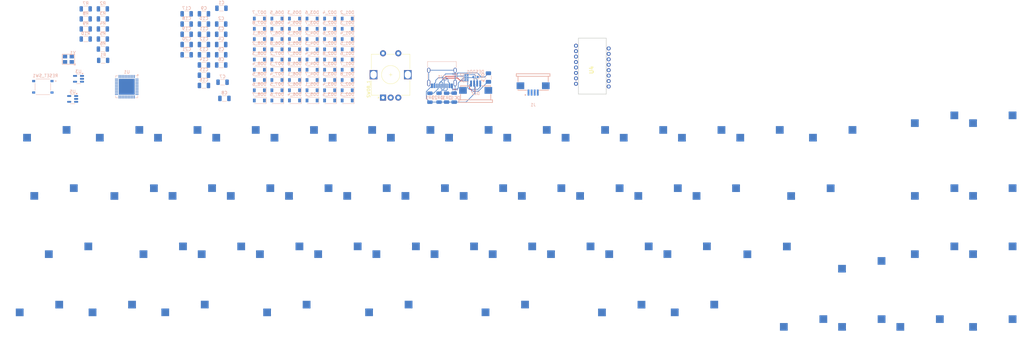
<source format=kicad_pcb>
(kicad_pcb (version 20240108) (generator "pcbnew") (generator_version "8.0")
  (layers (0 "F.Cu" signal) (31 "B.Cu" signal) (34 "B.Paste" user) (35 "F.Paste" user) (36 "B.SilkS" user "B.Silkscreen") (37 "F.SilkS" user "F.Silkscreen") (38 "B.Mask" user) (39 "F.Mask" user) (44 "Edge.Cuts" user))
  (net 0 "")
  (net 1 "Net-(U1-XTAL1)")
  (net 2 "GND")
  (net 3 "Net-(U1-XTAL2)")
  (net 4 "Net-(U1-UCAP)")
  (net 5 "+5V")
  (net 6 "VDD_SS")
  (net 7 "Net-(U3-FB)")
  (net 8 "VDD_3_3v")
  (net 9 "Net-(U5-FB)")
  (net 10 "Net-(U4-VDDPIX)")
  (net 11 "row01")
  (net 12 "Net-(D01_2-A)")
  (net 13 "Net-(D01_3-A)")
  (net 14 "Net-(D01_4-A)")
  (net 15 "Net-(D01_5-A)")
  (net 16 "Net-(D01_6-A)")
  (net 17 "Net-(D01_7-A)")
  (net 18 "Net-(D01_8-A)")
  (net 19 "Net-(D02_2-A)")
  (net 20 "row02")
  (net 21 "Net-(D02_3-A)")
  (net 22 "Net-(D02_4-A)")
  (net 23 "Net-(D02_5-A)")
  (net 24 "Net-(D02_6-A)")
  (net 25 "Net-(D02_7-A)")
  (net 26 "Net-(D02_8-A)")
  (net 27 "Net-(D03_2-A)")
  (net 28 "row03")
  (net 29 "Net-(D03_3-A)")
  (net 30 "Net-(D03_4-A)")
  (net 31 "Net-(D03_5-A)")
  (net 32 "Net-(D03_6-A)")
  (net 33 "Net-(D03_7-A)")
  (net 34 "Net-(D04_2-A)")
  (net 35 "row04")
  (net 36 "Net-(D04_3-A)")
  (net 37 "Net-(D04_4-A)")
  (net 38 "Net-(D04_5-A)")
  (net 39 "Net-(D04_7-A)")
  (net 40 "Net-(D05_1-A)")
  (net 41 "row05")
  (net 42 "Net-(D05_2-A)")
  (net 43 "Net-(D05_3-A)")
  (net 44 "Net-(D05_4-A)")
  (net 45 "Net-(D05_5-A)")
  (net 46 "Net-(D05_6-A)")
  (net 47 "Net-(D05_7-A)")
  (net 48 "Net-(D05_8-A)")
  (net 49 "Net-(D06_1-A)")
  (net 50 "row06")
  (net 51 "Net-(D06_2-A)")
  (net 52 "Net-(D06_4-A)")
  (net 53 "Net-(D06_5-A)")
  (net 54 "Net-(D06_6-A)")
  (net 55 "Net-(D06_7-A)")
  (net 56 "Net-(D06_8-A)")
  (net 57 "Net-(D07_2-A)")
  (net 58 "row07")
  (net 59 "Net-(D07_3-A)")
  (net 60 "Net-(D07_4-A)")
  (net 61 "Net-(D07_5-A)")
  (net 62 "Net-(D07_6-A)")
  (net 63 "Net-(D07_7-A)")
  (net 64 "Net-(D07_8-A)")
  (net 65 "Net-(D08_1-A)")
  (net 66 "row08")
  (net 67 "Net-(D08_2-A)")
  (net 68 "Net-(D08_3-A)")
  (net 69 "Net-(D08_4-A)")
  (net 70 "Net-(D08_5-A)")
  (net 71 "Net-(D08_6-A)")
  (net 72 "Net-(D08_7-A)")
  (net 73 "DGNDPWR")
  (net 74 "DGND")
  (net 75 "DVCC")
  (net 76 "D+5V")
  (net 77 "Net-(DJ1-CC2)")
  (net 78 "DD+")
  (net 80 "DD-")
  (net 81 "Net-(DJ1-CC1)")
  (net 85 "D+")
  (net 86 "D-")
  (net 89 "Net-(U1-D+)")
  (net 90 "Net-(U1-D-)")
  (net 91 "Net-(U1-~{HWB}{slash}PE2)")
  (net 92 "RESET")
  (net 93 "Net-(U4-NRESET)")
  (net 94 "Net-(U4-LED_P)")
  (net 95 "col02")
  (net 96 "col03")
  (net 97 "col04")
  (net 98 "col05")
  (net 99 "col06")
  (net 100 "col07")
  (net 101 "col08")
  (net 102 "col01")
  (net 103 "RE_B")
  (net 104 "RE_A")
  (net 106 "MISO")
  (net 108 "MOTION")
  (net 109 "LED")
  (net 110 "SCLK")
  (net 111 "NCS")
  (net 112 "MOSI")
  (footprint "MX_Only:MXOnly-1.25U-Hotswap" (layer "F.Cu") (at 141.225 244.86)
    (property "Reference" "SW04_2")
    (property "Value" "SW_Push")
  )
  (footprint "MX_Only:MXOnly-1U-Hotswap" (layer "F.Cu") (at 296 225.81)
    (property "Reference" "SW07_7")
    (property "Value" "SW_Push")
  )
  (footprint "MX_Only:MXOnly-1U-Hotswap" (layer "F.Cu") (at 167.44 187.69)
    (property "Reference" "SW01_3")
    (property "Value" "SW_Push")
  )
  (footprint "MX_Only:MXOnly-1U-Hotswap" (layer "F.Cu") (at 410.325 249.6048)
    (property "Reference" "SW08_3")
    (property "Value" "SW_Push")
  )
  (footprint "MX_Only:MXOnly-1.25U-Hotswap" (layer "F.Cu") (at 355.57 244.85)
    (property "Reference" "SW08_5")
    (property "Value" "SW_Push")
  )
  (footprint "Rotary_Encoder:RotaryEncoder_Alps_EC12E-Switch_Vertical_H20mm" (layer "F.Cu") (at 253.03 172.04 90)
    (property "Reference" "SW08_1")
    (property "Value" "EncSW")
  )
  (footprint "MX_Only:MXOnly-2.75U-Hotswap-ReversedStabilizers" (layer "F.Cu") (at 293.65 244.84)
    (property "Reference" "SW08_7")
    (property "Value" "SW_Push")
  )
  (footprint "MX_Only:MXOnly-1.25U-Hotswap" (layer "F.Cu") (at 165.055 244.8548)
    (property "Reference" "SW04_3")
    (property "Value" "SW_Push")
  )
  (footprint "MX_Only:MXOnly-1U-Hotswap" (layer "F.Cu") (at 286.495 206.7448)
    (property "Reference" "SW06_8")
    (property "Value" "SW_Push")
  )
  (footprint "MX_Only:MXOnly-1.75U-Hotswap" (layer "F.Cu") (at 379.33 225.84)
    (property "Reference" "SW07_3")
    (property "Value" "SW_Push")
  )
  (footprint "MX_Only:MXOnly-1U-Hotswap" (layer "F.Cu") (at 181.725 225.8048)
    (property "Reference" "SW03_3")
    (property "Value" "SW_Push")
  )
  (footprint "MX_Only:MXOnly-1U-Hotswap" (layer "F.Cu") (at 453.18 182.93)
    (property "Reference" "SW05_1")
    (property "Value" "SW_Push")
  )
  (footprint "MX_Only:MXOnly-1.25U-Hotswap" (layer "F.Cu") (at 255.55 244.84)
    (property "Reference" "SW04_7")
    (property "Value" "SW_Push")
  )
  (footprint "MX_Only:MXOnly-1U-Hotswap" (layer "F.Cu") (at 191.24 206.74)
    (property "Reference" "SW02_4")
    (property "Value" "SW_Push")
  )
  (footprint "MX_Only:MXOnly-2.25U-Hotswap" (layer "F.Cu") (at 393.66 206.78005)
    (property "Reference" "SW06_2")
    (property "Value" "SW_Push")
  )
  (footprint "MX_Only:MXOnly-1U-Hotswap" (layer "F.Cu") (at 453.19 206.74)
    (property "Reference" "REF**")
    (property "Value" "1U")
  )
  (footprint "MX_Only:MXOnly-1U-Hotswap" (layer "F.Cu") (at 434.15 206.75)
    (property "Reference" "REF**")
    (property "Value" "1U")
  )
  (footprint "MX_Only:MXOnly-1U-Hotswap" (layer "F.Cu") (at 276.97 225.8)
    (property "Reference" "SW07_8")
    (property "Value" "SW_Push")
  )
  (footprint "KiCad:PMW3360" (layer "F.Cu") (at 321.52 161.735 90)
    (property "Reference" "U4")
    (property "Value" "PMW3360DM-T2QU" (hide yes))
    (fp_line (start 9.144 -4.55) (end 9.144 4.55) (stroke (width 0.2)) (layer "Edge.Cuts"))
    (fp_line (start -9.144 -4.55) (end 9.144 -4.55) (stroke (width 0.2)) (layer "Edge.Cuts"))
    (fp_line (start 9.144 4.55) (end -9.144 4.55) (stroke (width 0.2)) (layer "Edge.Cuts"))
    (fp_line (start -9.144 4.55) (end -9.144 -4.55) (stroke (width 0.2)) (layer "Edge.Cuts"))
  )
  (footprint "MX_Only:MXOnly-1U-Hotswap" (layer "F.Cu") (at 357.93 187.71)
    (property "Reference" "SW05_4")
    (property "Value" "SW_Push")
  )
  (footprint "MX_Only:MXOnly-1U-Hotswap" (layer "F.Cu") (at 453.19 249.61)
    (property "Reference" "REF**")
    (property "Value" "1U")
  )
  (footprint "MX_Only:MXOnly-1U-Hotswap" (layer "F.Cu") (at 243.63 187.7)
    (property "Reference" "SW01_7")
    (property "Value" "SW_Push")
  )
  (footprint "MX_Only:MXOnly-1U-Hotswap" (layer "F.Cu") (at 238.89 225.8)
    (property "Reference" "SW03_6")
    (property "Value" "SW_Push")
  )
  (footprint "MX_Only:MXOnly-1U-Hotswap" (layer "F.Cu") (at 281.73 187.69)
    (property "Reference" "SW05_8")
    (property "Value" "SW_Push")
  )
  (footprint "MX_Only:MXOnly-1U-Hotswap" (layer "F.Cu") (at 362.7 206.76)
    (property "Reference" "SW06_4")
    (property "Value" "SW_Push")
  )
  (footprint "MX_Only:MXOnly-1U-Hotswap" (layer "F.Cu") (at 300.765 187.6948)
    (property "Reference" "SW05_7")
    (property "Value" "SW_Push")
  )
  (footprint "MX_Only:MXOnly-1U-Hotswap" (layer "F.Cu") (at 334.125 225.8048)
    (property "Reference" "SW07_5")
    (property "Value" "SW_Push")
  )
  (footprint "MX_Only:MXOnly-1U-Hotswap" (layer "F.Cu") (at 219.83 225.81)
    (property "Reference" "SW03_5")
    (property "Value" "SW_Push")
  )
  (footprint "MX_Only:MXOnly-1U-Hotswap" (layer "F.Cu") (at 353.165 225.7848)
    (property "Reference" "SW07_4")
    (property "Value" "SW_Push")
  )
  (footprint "MX_Only:MXOnly-1U-Hotswap" (layer "F.Cu") (at 229.35 206.75)
    (property "Reference" "SW02_6")
    (property "Value" "SW_Push")
  )
  (footprint "MX_Only:MXOnly-1U-Hotswap" (layer "F.Cu") (at 410.305 230.5648)
    (property "Reference" "SW07_2")
    (property "Value" "SW_Push")
  )
  (footprint "MX_Only:MXOnly-1.5U-Hotswap" (layer "F.Cu") (at 400.8 187.69)
    (property "Reference" "SW05_2")
    (property "Value" "SW_Push")
  )
  (footprint "MX_Only:MXOnly-1U-Hotswap" (layer "F.Cu") (at 257.94 225.8)
    (property "Reference" "SW03_7")
    (property "Value" "SW_Push")
  )
  (footprint "MX_Only:MXOnly-1U-Hotswap" (layer "F.Cu") (at 319.845 187.7048)
    (property "Reference" "SW05_6")
    (property "Value" "SW_Push")
  )
  (footprint "MX_Only:MXOnly-1U-Hotswap" (layer "F.Cu") (at 343.645 206.7548)
    (property "Reference" "SW06_5")
    (property "Value" "SW_Push")
  )
  (footprint "MX_Only:MXOnly-1U-Hotswap" (layer "F.Cu") (at 205.535 187.7048)
    (property "Reference" "SW01_5")
    (property "Value" "SW_Push")
  )
  (footprint "MX_Only:MXOnly-1.25U-Hotswap" (layer "F.Cu") (at 188.85 244.84)
    (property "Reference" "SW04_4")
    (property "Value" "SW_Push")
  )
  (footprint "MX_Only:MXOnly-1U-Hotswap" (layer "F.Cu") (at 391.265 249.5948)
    (property "Reference" "SW08_4")
    (property "Value" "SW_Push")
  )
  (footprint "MX_Only:MXOnly-1U-Hotswap" (layer "F.Cu") (at 338.875 187.7048)
    (property "Reference" "SW05_5")
    (property "Value" "SW_Push")
  )
  (footprint "MX_Only:MXOnly-1U-Hotswap" (layer "F.Cu") (at 210.3 206.75)
    (property "Reference" "SW02_5")
    (property "Value" "SW_Push")
  )
  (footprint "MX_Only:MXOnly-1U-Hotswap" (layer "F.Cu") (at 186.48 187.71)
    (property "Reference" "SW01_4")
    (property "Value" "SW_Push")
  )
  (footprint "MX_Only:MXOnly-1U-Hotswap" (layer "F.Cu") (at 248.395 206.7448)
    (property "Reference" "SW02_7")
    (property "Value" "SW_Push")
  )
  (footprint "MX_Only:MXOnly-1U-Hotswap" (layer "F.Cu") (at 324.6 206.76)
    (property "Reference" "SW06_6")
    (property "Value" "SW_Push")
  )
  (footprint "MX_Only:MXOnly-1U-Hotswap" (layer "F.Cu") (at 224.59 187.71)
    (property "Reference" "SW01_6")
    (property "Value" "SW_Push")
  )
  (footprint "MX_Only:MXOnly-1.25U-Hotswap" (layer "F.Cu") (at 331.755 244.8748)
    (property "Reference" "SW08_6")
    (property "Value" "SW_Push")
  )
  (footprint "MX_Only:MXOnly-1U-Hotswap" (layer "F.Cu") (at 429.385 249.6048)
    (property "Reference" "SW08_2")
    (property "Value" "SW_Push")
  )
  (footprint "MX_Only:MXOnly-1U-Hotswap" (layer "F.Cu") (at 377.005 187.6948)
    (property "Reference" "SW05_3")
    (property "Value" "SW_Push")
  )
  (footprint "MX_Only:MXOnly-1U-Hotswap" (layer "F.Cu") (at 267.44 206.74)
    (property "Reference" "SW02_8")
    (property "Value" "SW_Push")
  )
  (footprint "MX_Only:MXOnly-1U-Hotswap" (layer "F.Cu") (at 305.54 206.75)
    (property "Reference" "SW06_7")
    (property "Value" "SW_Push")
  )
  (footprint "MX_Only:MXOnly-1.75U-Hotswap" (layer "F.Cu") (at 146 206.74)
    (property "Reference" "SW02_2")
    (property "Value" "SW_Push")
  )
  (footprint "MX_Only:MXOnly-1U-Hotswap" (layer "F.Cu") (at 172.21 206.77)
    (property "Reference" "SW02_3")
    (property "Value" "SW_Push")
  )
  (footprint "MX_Only:MXOnly-1U-Hotswap" (layer "F.Cu") (at 434.14 225.8)
    (property "Reference" "REF**")
    (property "Value" "1U")
  )
  (footprint "MX_Only:MXOnly-1.5U-Hotswap" (layer "F.Cu") (at 143.63 187.69)
    (property "Reference" "SW01_2")
    (property "Value" "SW_Push")
  )
  (footprint "MX_Only:MXOnly-2.25U-Hotswap-ReversedStabilizers" (layer "F.Cu") (at 222.18 244.86)
    (property "Reference" "SW04_5")
    (property "Value" "SW_Push")
  )
  (footprint "MX_Only:MXOnly-1U-Hotswap" (layer "F.Cu") (at 200.775 225.8148)
    (property "Reference" "SW03_4")
    (property "Value" "SW_Push")
  )
  (footprint "MX_Only:MXOnly-1U-Hotswap" (layer "F.Cu") (at 315.08 225.81)
    (property "Reference" "SW07_6")
    (property "Value" "SW_Push")
  )
  (footprint "MX_Only:MXOnly-2.25U-Hotswap" (layer "F.Cu") (at 150.75 225.81005)
    (property "Reference" "SW03_2")
    (property "Value" "SW_Push")
  )
  (footprint "MX_Only:MXOnly-1U-Hotswap" (layer "F.Cu") (at 262.69 187.7)
    (property "Reference" "SW01_8")
    (property "Value" "SW_Push")
  )
  (footprint "MX_Only:MXOnly-1U-Hotswap" (layer "F.Cu") (at 453.19 225.8)
    (property "Reference" "REF**")
    (property "Value" "1U")
  )
  (footprint "MX_Only:MXOnly-1U-Hotswap" (layer "F.Cu") (at 434.135 182.9348)
    (property "Reference" "SW06_1")
    (property "Value" "SW_Push")
  )
  (footprint "Capacitor_SMD:C_1206_3216Metric" (layer "B.Cu") (at 188.775 151.32 180)
    (property "Reference" "C19")
    (property "Value" "0.1μF")
  )
  (footprint "random-keyboard-parts:D_SOD-123-Pretty" (layer "B.Cu") (at 229.81 169.63 180)
    (property "Reference" "D05_1")
    (property "Value" "D")
  )
  (footprint "random-keyboard-parts:D_SOD-123-Pretty" (layer "B.Cu") (at 218.31 172.98 180)
    (property "Reference" "D07_6")
    (property "Value" "D")
  )
  (footprint "Resistor_SMD:R_1206_3216Metric" (layer "B.Cu") (at 161.45 159.86 180)
    (property "Reference" "R1")
    (property "Value" "22")
  )
  (footprint "random-keyboard-parts:D_SOD-123-Pretty" (layer "B.Cu") (at 218.31 162.93 180)
    (property "Reference" "D07_3")
    (property "Value" "D")
  )
  (footprint "random-keyboard-parts:D_SOD-123-Pretty" (layer "B.Cu") (at 212.56 159.58 180)
    (property "Reference" "D08_3")
    (property "Value" "D")
  )
  (footprint "random-keyboard-parts:D_SOD-123-Pretty" (layer "B.Cu") (at 235.56 146.18 180)
    (property "Reference" "D02_4")
    (property "Value" "D")
  )
  (footprint "random-keyboard-parts:D_SOD-123-Pretty" (layer "B.Cu") (at 218.31 146.18 180)
    (property "Reference" "D06_5")
    (property "Value" "D")
  )
  (footprint "random-keyboard-parts:D_SOD-123-Pretty" (layer "B.Cu") (at 241.31 172.98 180)
    (property "Reference" "D02_3")
    (property "Value" "D")
  )
  (footprint "random-keyboard-parts:D_SOD-123-Pretty" (layer "B.Cu") (at 241.31 159.58 180)
    (property "Reference" "D01_6")
    (property "Value" "D")
  )
  (footprint "Resistor_SMD:R_1206_3216Metric" (layer "B.Cu") (at 273.81881 172.0425 90)
    (property "Reference" "DR3")
    (property "Value" "1M")
  )
  (footprint "random-keyboard-parts:D_SOD-123-Pretty" (layer "B.Cu") (at 229.81 162.93 180)
    (property "Reference" "D04_5")
    (property "Value" "D")
  )
  (footprint "random-keyboard-parts:D_SOD-123-Pretty" (layer "B.Cu") (at 235.56 156.23 180)
    (property "Reference" "D02_7")
    (property "Value" "D")
  )
  (footprint "random-keyboard-parts:D_SOD-123-Pretty" (layer "B.Cu") (at 212.56 166.28 180)
    (property "Reference" "D08_5")
    (property "Value" "D")
  )
  (footprint "random-keyboard-parts:D_SOD-123-Pretty" (layer "B.Cu") (at 224.06 146.18 180)
    (property "Reference" "D05_3")
    (property "Value" "D")
  )
  (footprint "Resistor_SMD:R_1206_3216Metric" (layer "B.Cu") (at 161.3525 146.29 180)
    (property "Reference" "R3")
    (property "Value" "10k")
  )
  (footprint "random-keyboard-parts:D_SOD-123-Pretty" (layer "B.Cu") (at 241.31 146.18 180)
    (property "Reference" "D01_2")
    (property "Value" "D")
  )
  (footprint "random-keyboard-parts:D_SOD-123-Pretty" (layer "B.Cu") (at 218.31 166.28 180)
    (property "Reference" "D07_4")
    (property "Value" "D")
  )
  (footprint "Capacitor_SMD:C_1206_3216Metric" (layer "B.Cu") (at 188.775 147.97 180)
    (property "Reference" "C18")
    (property "Value" "0.1μF")
  )
  (footprint "random-keyboard-parts:D_SOD-123-Pretty" (layer "B.Cu") (at 218.31 159.58 180)
    (property "Reference" "D07_2")
    (property "Value" "D")
  )
  (footprint "random-keyboard-parts:D_SOD-123-Pretty" (layer "B.Cu") (at 235.56 172.98 180)
    (property "Reference" "D03_5")
    (property "Value" "D")
  )
  (footprint "random-keyboard-parts:D_SOD-123-Pretty" (layer "B.Cu") (at 241.31 169.63 180)
    (property "Reference" "D02_2")
    (property "Value" "D")
  )
  (footprint "Capacitor_SMD:C_1206_3216Metric" (layer "B.Cu") (at 200.515 167.01 180)
    (property "Reference" "C7")
    (property "Value" "10μF")
  )
  (footprint "random-keyboard-parts:D_SOD-123-Pretty" (layer "B.Cu") (at 229.81 159.58 180)
    (property "Reference" "D04_4")
    (property "Value" "D")
  )
  (footprint "Resistor_SMD:R_1206_3216Metric" (layer "B.Cu") (at 271.35881 172.0525 90)
    (property "Reference" "DR2")
    (property "Value" "5.1k")
  )
  (footprint "Resistor_SMD:R_1206_3216Metric" (layer "B.Cu") (at 155.7425 143 180)
    (property "Reference" "R7")
    (property "Value" "52.3k")
  )
  (footprint "Capacitor_SMD:C_1206_3216Metric" (layer "B.Cu") (at 188.775 154.67 180)
    (property "Reference" "C20")
    (property "Value" "10μF")
  )
  (footprint "Capacitor_SMD:C_1206_3216Metric" (layer "B.Cu") (at 194.425 151.32 180)
    (property "Reference" "C11")
    (property "Value" "10μF")
  )
  (footprint "random-keyboard-parts:D_SOD-123-Pretty" (layer "B.Cu") (at 212.56 149.53 180)
    (property "Reference" "D07_8")
    (property "Value" "D")
  )
  (footprint "Capacitor_SMD:C_1206_3216Metric" (layer "B.Cu") (at 194.425 147.97 180)
    (property "Reference" "C10")
    (property "Value" "0.1μF")
  )
  (footprint "random-keyboard-parts:D_SOD-123-Pretty" (layer "B.Cu") (at 235.56 162.93 180)
    (property "Reference" "D03_2")
    (property "Value" "D")
  )
  (footprint "random-keyboard-parts:D_SOD-123-Pretty" (layer "B.Cu") (at 212.56 156.23 180)
    (property "Reference" "D08_2")
    (property "Value" "D")
  )
  (footprint "Resistor_SMD:R_1206_3216Metric" (layer "B.Cu") (at 161.3525 156.16 180)
    (property "Reference" "R6")
    (property "Value" "63.4K")
  )
  (footprint "Resistor_SMD:R_1206_3216Metric" (layer "B.Cu") (at 155.7425 152.87 180)
    (property "Reference" "R10")
    (property "Value" "39")
  )
  (footprint "Resistor_SMD:R_1206_3216Metric" (layer "B.Cu") (at 161.3525 152.87 180)
    (property "Reference" "R5")
    (property "Value" "37.4k")
  )
  (footprint "random-keyboard-parts:D_SOD-123-Pretty" (layer "B.Cu") (at 241.31 166.28 180)
    (property "Reference" "D01_8")
    (property "Value" "D")
  )
  (footprint "random-keyboard-parts:D_SOD-123-Pretty" (layer "B.Cu") (at 224.06 149.53 180)
    (property "Reference" "D05_4")
    (property "Value" "D")
  )
  (footprint "Capacitor_SMD:C_1206_3216Metric" (layer "B.Cu") (at 188.775 158.02 180)
    (property "Reference" "C21")
    (property "Value" "10μF")
  )
  (footprint "Package_DFN_QFN:QFN-44-1EP_7x7mm_P0.5mm_EP5.2x5.2mm" (layer "B.Cu") (at 169.17 168.49 180)
    (property "Reference" "U1")
    (property "Value" "ATmega32U4-M")
  )
  (footprint "Capacitor_SMD:C_1206_3216Metric" (layer "B.Cu") (at 194.425 158.02 180)
    (property "Reference" "C13")
    (property "Value" "1μF")
  )
  (footprint "random-keyboard-parts:D_SOD-123-Pretty" (layer "B.Cu") (at 235.56 159.58 180)
    (property "Reference" "D02_8")
    (property "Value" "D")
  )
  (footprint "random-keyboard-parts:D_SOD-123-Pretty" (layer "B.Cu") (at 241.31 162.93 180)
    (property "Reference" "D01_7")
    (property "Value" "D")
  )
  (footprint "Capacitor_SMD:C_1206_3216Metric" (layer "B.Cu") (at 194.425 168.07 180)
    (property "Reference" "C16")
    (property "Value" "4.7μF")
  )
  (footprint "Capacitor_SMD:C_1206_3216Metric" (layer "B.Cu") (at 194.425 161.37 180)
    (property "Reference" "C14")
    (property "Value" "0.1μF")
  )
  (footprint "Capacitor_SMD:C_1206_3216Metric" (layer "B.Cu") (at 194.425 154.67 180)
    (property "Reference" "C12")
    (property "Value" "0.1μF")
  )
  (footprint "Capacitor_SMD:C_1206_3216Metric" (layer "B.Cu") (at 200.075 147.97 180)
    (property "Reference" "C2")
    (property "Value" "22pF")
  )
  (footprint "Package_TO_SOT_SMD:SOT-23-5" (layer "B.Cu") (at 151.4685 172.4704 180)
    (property "Reference" "U5")
    (property "Value" "TPS73601DBV")
  )
  (footprint "random-keyboard-parts:D_SOD-123-Pretty" (layer "B.Cu") (at 224.06 169.63 180)
    (property "Reference" "D06_2")
    (property "Value" "D")
  )
  (footprint "Capacitor_SMD:C_1206_3216Metric" (layer "B.Cu") (at 194.425 144.62 180)
    (property "Reference" "C9")
    (property "Value" "1μF")
  )
  (footprint "random-keyboard-parts:D_SOD-123-Pretty" (layer "B.Cu") (at 212.56 172.98 180)
    (property "Reference" "D08_7")
    (property "Value" "D")
  )
  (footprint "random-keyboard-parts:D_SOD-123-Pretty" (layer "B.Cu") (at 224.06 156.23 180)
    (property "Reference" "D05_6")
    (property "Value" "D")
  )
  (footprint "Resistor_SMD:R_1206_3216Metric" (layer "B.Cu") (at 161.3525 143 180)
    (property "Reference" "R2")
    (property "Value" "22")
  )
  (footprint "random-keyboard-parts:D_SOD-123-Pretty" (layer "B.Cu") (at 224.06 159.58 180)
    (property "Reference" "D05_7")
    (property "Value" "D")
  )
  (footprint "TPD4E05U06DQAR:USON-10_L2.5-W1.0-P0.50-BL" (layer "B.Cu") (at 280.33787 165.5175 -90)
    (property "Reference" "DU1")
    (property "Value" "TPD4E05U06DQAR" (hide yes))
  )
  (footprint "Resistor_SMD:R_1206_3216Metric" (layer "B.Cu") (at 161.3525 149.58 180)
    (property "Reference" "R4")
    (property "Value" "10k")
  )
  (footprint "random-keyboard-parts:D_SOD-123-Pretty" (layer "B.Cu") (at 229.81 156.23 180)
    (property "Reference" "D04_3")
    (property "Value" "D")
  )
  (footprint "X322516MLB4SI:OSC-SMD_4P-L3.2-W2.5-BL" (layer "B.Cu") (at 150.0755 159.482 180)
    (property "Reference" "Y1")
    (property "Value" "16Mhz" (hide yes))
  )
  (footprint "random-keyboard-parts:D_SOD-123-Pretty" (layer "B.Cu") (at 212.56 146.18 180)
    (property "Reference" "D07_7")
    (property "Value" "D")
  )
  (footprint "1157-04AU:FPC-SMD_4P-P1.00_1157-04AU" (layer "B.Cu") (at 302.14 169.27)
    (property "Reference" "J1")
    (property "Value" "Conn_01x04_Pin")
  )
  (footprint "random-keyboard-parts:D_SOD-123-Pretty" (layer "B.Cu") (at 224.06 166.28 180)
    (property "Reference" "D06_1")
    (property "Value" "D")
  )
  (footprint "Connector_USB:USB_C_Receptacle_HRO_TYPE-C-31-M-12" (layer "B.Cu") (at 272.3 164.1375)
    (property "Reference" "DJ1")
    (property "Value" "USB_C_Receptacle_USB2.0_16P")
  )
  (footprint "random-keyboard-parts:D_SOD-123-Pretty" (layer "B.Cu") (at 229.81 149.53 180)
    (property "Reference" "D03_7")
    (property "Value" "D")
  )
  (footprint "random-keyboard-parts:D_SOD-123-Pretty" (layer "B.Cu") (at 241.31 149.53 180)
    (property "Reference" "D01_3")
    (property "Value" "D")
  )
  (footprint "random-keyboard-parts:D_SOD-123-Pretty" (layer "B.Cu") (at 218.31 169.63 180)
    (property "Reference" "D07_5")
    (property "Value" "D")
  )
  (footprint "random-keyboard-parts:D_SOD-123-Pretty" (layer "B.Cu") (at 212.56 152.88 180)
    (property "Reference" "D08_1")
    (property "Value" "D")
  )
  (footprint "Capacitor_SMD:C_1206_3216Metric" (layer "B.Cu") (at 200.075 161.37 180)
    (property "Reference" "C6")
    (property "Value" "0.1μF")
  )
  (footprint "TS-1187A-B-A-B:SW_TS-1187A-B-A-B" (layer "B.Cu") (at 141.7085 168.5029 180)
    (property "Reference" "RESET_SW1")
    (property "Value" "TS-1187A-B-A-B")
  )
  (footprint "random-keyboard-parts:D_SOD-123-Pretty" (layer "B.Cu") (at 229.81 146.18 180)
    (property "Reference" "D03_6")
    (property "Value" "D")
  )
  (footprint "random-keyboard-parts:D_SOD-123-Pretty" (layer "B.Cu") (at 235.56 149.53 180)
    (property "Reference" "D02_5")
    (property "Value" "D")
  )
  (footprint "random-keyboard-parts:D_SOD-123-Pretty" (layer "B.Cu") (at 229.81 152.88 180)
    (property "Reference" "D04_2")
    (property "Value" "D")
  )
  (footprint "random-keyboard-parts:D_SOD-123-Pretty" (layer "B.Cu") (at 235.56 169.63 180)
    (property "Reference" "D03_4")
    (property "Value" "D")
  )
  (footprint "Resistor_SMD:R_1206_3216Metric" (layer "B.Cu") (at 155.7425 146.29 180)
    (property "Reference" "R8")
    (property "Value" "30.1k")
  )
  (footprint "Capacitor_SMD:C_1206_3216Metric" (layer "B.Cu") (at 194.425 164.72 180)
    (property "Reference" "C15")
    (property "Value" "10μF")
  )
  (footprint "Capacitor_SMD:C_1206_3216Metric" (layer "B.Cu") (at 188.775 144.62 180)
    (property "Reference" "C17")
    (property "Value" "0.1μF")
  )
  (footprint "random-keyboard-parts:D_SOD-123-Pretty" (layer "B.Cu") (at 212.56 169.63 180)
    (property "Reference" "D08_6")
    (property "Value" "D")
  )
  (footprint "random-keyboard-parts:D_SOD-123-Pretty" (layer "B.Cu") (at 224.06 152.88 180)
    (property "Reference" "D05_5")
    (property "Value" "D")
  )
  (footprint "random-keyboard-parts:D_SOD-123-Pretty" (layer "B.Cu") (at 218.31 152.88 180)
    (property "Reference" "D06_7")
    (property "Value" "D")
  )
  (footprint "random-keyboard-parts:D_SOD-123-Pretty" (layer "B.Cu") (at 235.56 152.88 180)
    (property "Reference" "D02_6")
    (property "Value" "D")
  )
  (footprint "random-keyboard-parts:D_SOD-123-Pretty" (layer "B.Cu") (at 224.06 162.93 180)
    (property "Reference" "D05_8")
    (property "Value" "D")
  )
  (footprint "Capacitor_SMD:C_1206_3216Metric" (layer "B.Cu") (at 201.125 172.31 180)
    (property "Reference" "C8")
    (property "Value" "0.1μF")
  )
  (footprint "random-keyboard-parts:D_SOD-123-Pretty" (layer "B.Cu") (at 218.31 149.53 180)
    (property "Reference" "D06_6")
    (property "Value" "D")
  )
  (footprint "random-keyboard-parts:D_SOD-123-Pretty" (layer "B.Cu") (at 218.31 156.23 180)
    (property "Reference" "D06_8")
    (property "Value" "D")
  )
  (footprint "random-keyboard-parts:D_SOD-123-Pretty" (layer "B.Cu") (at 241.31 152.88 180)
    (property "Reference" "D01_4")
    (property "Value" "D")
  )
  (footprint "Capacitor_SMD:C_1206_3216Metric" (layer "B.Cu") (at 200.145 142.8 180)
    (property "Reference" "C1")
    (property "Value" "22pF")
  )
  (footprint "random-keyboard-parts:D_SOD-123-Pretty" (layer "B.Cu") (at 241.31 156.23 180)
    (property "Reference" "D01_5")
    (property "Value" "D")
  )
  (footprint "random-keyboard-parts:D_SOD-123-Pretty" (layer "B.Cu") (at 235.56 166.28 180)
    (property "Reference" "D03_3")
    (property "Value" "D")
  )
  (footprint "Resistor_SMD:R_1206_3216Metric" (layer "B.Cu") (at 268.36881 172.0725 90)
    (property "Reference" "DR1")
    (property "Value" "5.1k")
  )
  (footprint "Diode_SMD:D_SOD-523" (layer "B.Cu") (at 283.27762 165.2975 180)
    (property "Reference" "DESDD1")
    (property "Value" "ESD5Z5V0" (hide yes))
  )
  (footprint "random-keyboard-parts:D_SOD-123-Pretty" (layer "B.Cu") (at 212.56 162.93 180)
    (property "Reference" "D08_4")
    (property "Value" "D")
  )
  (footprint "1157-04AU:FPC-SMD_4P-P1.00_1157-04AU" (layer "B.Cu") (at 283.33881 168.5675 180)
    (property "Reference" "DJ2")
    (property "Value" "Conn_01x04_Pin")
  )
  (footprint "Capacitor_SMD:C_1206_3216Metric" (layer "B.Cu") (at 276.30881 172.0425 90)
    (property "Reference" "DC1")
    (property "Value" "4.7μF")
  )
  (footprint "Fuse:Fuse_1206_3216Metric" (layer "B.Cu") (at 287.51881 165.4775 -90)
    (property "Reference" "DF1")
    (property "Value" "SMD0805-050-16V" (hide yes))
  )
  (footprint "Capacitor_SMD:C_1206_3216Metric" (layer "B.Cu") (at 200.075 158.02 180)
    (property "Reference" "C5")
    (property "Value" "0.1μF")
  )
  (footprint "Capacitor_SMD:C_1206_3216Metric" (layer "B.Cu") (at 200.075 151.32 180)
    (property "Reference" "C3")
    (property "Value" "1μF")
  )
  (footprint "Resistor_SMD:R_1206_3216Metric" (layer "B.Cu") (at 155.7425 149.58 180)
    (property "Reference" "R9")
    (property "Value" "10k")
  )
  (footprint "Capacitor_SMD:C_1206_3216Metric" (layer "B.Cu") (at 200.075 154.67 180)
    (property "Reference" "C4")
    (property "Value" "0.1μF")
  )
  (footprint "Package_TO_SOT_SMD:SOT-23-5" (layer "B.Cu") (at 153.386 165.8929 180)
    (property "Reference" "U3")
    (property "Value" "TPS73601DBV")
  )
  (footprint "random-keyboard-parts:D_SOD-123-Pretty" (layer "B.Cu") (at 229.81 166.28 180)
    (property "Reference" "D04_7")
    (property "Value" "D")
  )
  (footprint "random-keyboard-parts:D_SOD-123-Pretty" (layer "B.Cu") (at 229.81 172.98 180)
    (property "Reference" "D05_2")
    (property "Value" "D")
  )
  (footprint "random-keyboard-parts:D_SOD-123-Pretty" (layer "B.Cu") (at 224.06 172.98 180)
    (property "Reference" "D06_4")
    (property "Value" "D")
  )
  (segment (start 267.98 163.0875) (end 276.62 163.0875) (width 0.2) (layer "B.Cu") (net 73))
  (segment (start 267.98 163.0875) (end 267.98 167.2675) (width 0.2) (layer "B.Cu") (net 73))
  (segment (start 276.58881 170.2875) (end 276.30881 170.5675) (width 0.2) (layer "B.Cu") (net 73))
  (segment (start 276.62 167.2675) (end 276.62 170.0925) (width 0.2) (layer "B.Cu") (net 73))
  (segment (start 276.62 167.2675) (end 276.62 163.0875) (width 0.2) (layer "B.Cu") (net 73))
  (segment (start 273.81881 170.58) (end 276.29631 170.58) (width 0.2) (layer "B.Cu") (net 73))
  (segment (start 276.29631 170.58) (end 276.30881 170.5675) (width 0.2) (layer "B.Cu") (net 73))
  (segment (start 283.09881 170.5575) (end 283.09881 168.7575) (width 0.2) (layer "F.Cu") (net 74))
  (segment (start 275.91881 169.3275) (end 277.22 169.3275) (width 0.2) (layer "F.Cu") (net 74))
  (via (at 275.91881 169.3275) (size 0.6) (drill 0.3) (layers "F.Cu" "B.Cu") (net 74))
  (via (at 283.09881 170.5575) (size 0.6) (drill 0.3) (layers "F.Cu" "B.Cu") (net 74))
  (via (at 283.09881 168.7575) (size 0.6) (drill 0.3) (layers "F.Cu" "B.Cu") (net 74))
  (via (at 277.22 169.3275) (size 0.6) (drill 0.3) (layers "F.Cu" "B.Cu") (net 74))
  (segment (start 275.55 168.95869) (end 275.91881 169.3275) (width 0.2) (layer "B.Cu") (net 74))
  (segment (start 276.30881 173.5175) (end 280.17881 173.5175) (width 0.2) (layer "B.Cu") (net 74))
  (segment (start 282.57762 165.2975) (end 282.35762 165.5175) (width 0.2) (layer "B.Cu") (net 74))
  (segment (start 280.17881 173.5175) (end 282.99881 170.6975) (width 0.2) (layer "B.Cu") (net 74))
  (segment (start 283.09881 168.7575) (end 283.09881 167.7075) (width 0.2) (layer "B.Cu") (net 74))
  (segment (start 276.30881 173.5175) (end 273.83131 173.5175) (width 0.2) (layer "B.Cu") (net 74))
  (segment (start 282.35762 165.5175) (end 280.75287 165.5175) (width 0.2) (layer "B.Cu") (net 74))
  (segment (start 280.75287 165.5175) (end 279.92287 165.5175) (width 0.2) (layer "B.Cu") (net 74))
  (segment (start 277.63881 168.90869) (end 277.63881 167.27206) (width 0.2) (layer "B.Cu") (net 74))
  (segment (start 282.83881 165.55869) (end 282.57762 165.2975) (width 0.2) (layer "B.Cu") (net 74))
  (segment (start 279.39337 165.5175) (end 279.92287 165.5175) (width 0.2) (layer "B.Cu") (net 74))
  (segment (start 277.63881 167.27206) (end 279.39337 165.5175) (width 0.2) (layer "B.Cu") (net 74))
  (segment (start 271.36881 173.505) (end 271.35881 173.515) (width 0.2) (layer "B.Cu") (net 74))
  (segment (start 277.22 169.3275) (end 277.63881 168.90869) (width 0.2) (layer "B.Cu") (net 74))
  (segment (start 282.99881 170.6975) (end 282.99881 170.6575) (width 0.2) (layer "B.Cu") (net 74))
  (segment (start 271.35881 173.515) (end 268.38881 173.515) (width 0.2) (layer "B.Cu") (net 74))
  (segment (start 267.19381 172.36) (end 268.36881 173.535) (width 0.2) (layer "B.Cu") (net 74))
  (segment (start 282.83881 167.4475) (end 282.83881 165.55869) (width 0.2) (layer "B.Cu") (net 74))
  (segment (start 283.09881 167.7075) (end 282.83881 167.4475) (width 0.2) (layer "B.Cu") (net 74))
  (segment (start 269.05 168.1825) (end 267.19381 170.03869) (width 0.2) (layer "B.Cu") (net 74))
  (segment (start 268.38881 173.515) (end 268.36881 173.535) (width 0.2) (layer "B.Cu") (net 74))
  (segment (start 275.55 168.1825) (end 275.55 168.95869) (width 0.2) (layer "B.Cu") (net 74))
  (segment (start 273.81881 173.505) (end 271.36881 173.505) (width 0.2) (layer "B.Cu") (net 74))
  (segment (start 267.19381 170.03869) (end 267.19381 172.36) (width 0.2) (layer "B.Cu") (net 74))
  (segment (start 273.83131 173.5175) (end 273.81881 173.505) (width 0.2) (layer "B.Cu") (net 74))
  (segment (start 282.99881 170.6575) (end 283.09881 170.5575) (width 0.2) (layer "B.Cu") (net 74))
  (segment (start 277.22 164.2675) (end 276.02881 164.2675) (width 0.2) (layer "F.Cu") (net 75))
  (segment (start 276.02881 164.2675) (end 276.01881 164.2775) (width 0.2) (layer "F.Cu") (net 75))
  (via (at 277.22 164.2675) (size 0.6) (drill 0.3) (layers "F.Cu" "B.Cu") (net 75))
  (via (at 276.01881 164.2775) (size 0.6) (drill 0.3) (layers "F.Cu" "B.Cu") (net 75))
  (segment (start 271.11881 165.5375) (end 272.25881 165.5375) (width 0.2) (layer "B.Cu") (net 75))
  (segment (start 280.52881 163.9775) (end 277.51 163.9775) (width 0.2) (layer "B.Cu") (net 75))
  (segment (start 273.51881 164.2775) (end 272.25881 165.5375) (width 0.2) (layer "B.Cu") (net 75))
  (segment (start 285.22881 165.2975) (end 284.34881 164.4175) (width 0.2) (layer "B.Cu") (net 75))
  (segment (start 272.25881 165.5375) (end 273.68881 165.5375) (width 0.2) (layer "B.Cu") (net 75))
  (segment (start 286.29881 165.2975) (end 285.22881 165.2975) (width 0.2) (layer "B.Cu") (net 75))
  (segment (start 283.97762 165.2975) (end 286.29881 165.2975) (width 0.2) (layer "B.Cu") (net 75))
  (segment (start 284.34881 164.4175) (end 283.90881 163.9775) (width 0.2) (layer "B.Cu") (net 75))
  (segment (start 274.75 167.2575) (end 274.75 168.1825) (width 0.2) (layer "B.Cu") (net 75))
  (segment (start 277.51 163.9775) (end 277.22 164.2675) (width 0.2) (layer "B.Cu") (net 75))
  (segment (start 273.68881 165.5375) (end 274.31881 166.1675) (width 0.2) (layer "B.Cu") (net 75))
  (segment (start 269.85 167.4075) (end 270.26881 166.98869) (width 0.2) (layer "B.Cu") (net 75))
  (segment (start 276.01881 164.2775) (end 273.51881 164.2775) (width 0.2) (layer "B.Cu") (net 75))
  (segment (start 283.90881 163.9775) (end 280.52881 163.9775) (width 0.2) (layer "B.Cu") (net 75))
  (segment (start 274.31881 166.82631) (end 274.75 167.2575) (width 0.2) (layer "B.Cu") (net 75))
  (segment (start 270.26881 166.3875) (end 271.11881 165.5375) (width 0.2) (layer "B.Cu") (net 75))
  (segment (start 274.31881 166.1675) (end 274.31881 166.82631) (width 0.2) (layer "B.Cu") (net 75))
  (segment (start 269.85 168.1825) (end 269.85 167.4075) (width 0.2) (layer "B.Cu") (net 75))
  (segment (start 286.29881 165.2975) (end 287.51881 164.0775) (width 0.2) (layer "B.Cu") (net 75))
  (segment (start 270.26881 166.98869) (end 270.26881 166.3875) (width 0.2) (layer "B.Cu") (net 75))
  (segment (start 282.29881 169.9575) (end 281.35287 169.01156) (width 0.2) (layer "F.Cu") (net 76))
  (segment (start 281.35287 169.01156) (end 281.35287 168.2575) (width 0.2) (layer "F.Cu") (net 76))
  (via (at 282.29881 169.9575) (size 0.6) (drill 0.3) (layers "F.Cu" "B.Cu") (net 76))
  (via (at 281.35287 168.2575) (size 0.6) (drill 0.3) (layers "F.Cu" "B.Cu") (net 76))
  (segment (start 281.35287 168.2575) (end 281.35287 167.93344) (width 0.2) (layer "B.Cu") (net 76))
  (segment (start 284.22881 169.9575) (end 282.29881 169.9575) (width 0.2) (layer "B.Cu") (net 76))
  (segment (start 287.51881 166.8775) (end 287.30881 166.8775) (width 0.2) (layer "B.Cu") (net 76))
  (segment (start 281.35287 167.93344) (end 281.83881 167.4475) (width 0.2) (layer "B.Cu") (net 76))
  (segment (start 287.30881 166.8775) (end 284.22881 169.9575) (width 0.2) (layer "B.Cu") (net 76))
  (segment (start 271.35881 170.59) (end 272.23131 169.7175) (width 0.2) (layer "B.Cu") (net 77))
  (segment (start 274.05 169.43631) (end 274.05 168.1825) (width 0.2) (layer "B.Cu") (net 77))
  (segment (start 272.23131 169.7175) (end 273.76881 169.7175) (width 0.2) (layer "B.Cu") (net 77))
  (segment (start 273.76881 169.7175) (end 274.05 169.43631) (width 0.2) (layer "B.Cu") (net 77))
  (segment (start 273.463312 166.160532) (end 273.956344 165.6675) (width 0.2) (layer "F.Cu") (net 78))
  (segment (start 278.310355 166.499045) (end 279.260355 166.499045) (width 0.2) (layer "F.Cu") (net 78))
  (segment (start 273.956344 165.6675) (end 277.47881 165.6675) (width 0.2) (layer "F.Cu") (net 78))
  (segment (start 277.47881 165.6675) (end 278.310355 166.499045) (width 0.2) (layer "F.Cu") (net 78))
  (via (at 279.260355 166.499045) (size 0.6) (drill 0.3) (layers "F.Cu" "B.Cu") (net 78))
  (via (at 273.463312 166.160532) (size 0.6) (drill 0.3) (layers "F.Cu" "B.Cu") (net 78))
  (segment (start 272.21 169.3175) (end 272.05 169.1575) (width 0.2) (layer "B.Cu") (net 78))
  (segment (start 279.92287 166.5175) (end 280.75287 166.5175) (width 0.2) (layer "B.Cu") (net 78))
  (segment (start 279.260355 166.499045) (end 279.904415 166.499045) (width 0.2) (layer "B.Cu") (net 78))
  (segment (start 284.83881 168.5775) (end 284.83881 167.4475) (width 0.2) (layer "B.Cu") (net 78))
  (segment (start 273.05 168.1825) (end 273.05 169.1575) (width 0.2) (layer "B.Cu") (net 78))
  (segment (start 272.89 169.3175) (end 272.21 169.3175) (width 0.2) (layer "B.Cu") (net 78))
  (segment (start 280.75287 166.0175) (end 279.92287 166.0175) (width 0.2) (layer "B.Cu") (net 78))
  (segment (start 279.92287 166.0175) (end 279.92287 166.5175) (width 0.2) (layer "B.Cu") (net 78))
  (segment (start 273.05 168.1825) (end 273.05 166.573844) (width 0.2) (layer "B.Cu") (net 78))
  (segment (start 280.75287 168.86156) (end 281.24881 169.3575) (width 0.2) (layer "B.Cu") (net 78))
  (segment (start 280.75287 166.5175) (end 280.75287 168.86156) (width 0.2) (layer "B.Cu") (net 78))
  (segment (start 273.05 166.573844) (end 273.463312 166.160532) (width 0.2) (layer "B.Cu") (net 78))
  (segment (start 284.05881 169.3575) (end 284.83881 168.5775) (width 0.2) (layer "B.Cu") (net 78))
  (segment (start 279.904415 166.499045) (end 279.92287 166.5175) (width 0.2) (layer "B.Cu") (net 78))
  (segment (start 272.05 169.1575) (end 272.05 168.1825) (width 0.2) (layer "B.Cu") (net 78))
  (segment (start 273.05 169.1575) (end 272.89 169.3175) (width 0.2) (layer "B.Cu") (net 78))
  (segment (start 280.75287 166.5175) (end 280.75287 166.0175) (width 0.2) (layer "B.Cu") (net 78))
  (segment (start 281.24881 169.3575) (end 284.05881 169.3575) (width 0.2) (layer "B.Cu") (net 78))
  (segment (start 273.707811 165.067503) (end 277.22 165.067503) (width 0.2) (layer "F.Cu") (net 80))
  (segment (start 272.637814 166.1375) (end 273.707811 165.067503) (width 0.2) (layer "F.Cu") (net 80))
  (via (at 272.637814 166.1375) (size 0.6) (drill 0.3) (layers "F.Cu" "B.Cu") (net 80))
  (via (at 277.22 165.067503) (size 0.6) (drill 0.3) (layers "F.Cu" "B.Cu") (net 80))
  (segment (start 283.25881 165.569242) (end 283.25881 164.7375) (width 0.2) (layer "B.Cu") (net 80))
  (segment (start 272.31881 166.9575) (end 272.55 167.18869) (width 0.2) (layer "B.Cu") (net 80))
  (segment (start 271.55 167.20631) (end 271.79881 166.9575) (width 0.2) (layer "B.Cu") (net 80))
  (segment (start 271.79881 166.9575) (end 272.31881 166.9575) (width 0.2) (layer "B.Cu") (net 80))
  (segment (start 271.55 168.1825) (end 271.55 167.20631) (width 0.2) (layer "B.Cu") (net 80))
  (segment (start 271.55 167.20631) (end 272.61881 166.1375) (width 0.2) (layer "B.Cu") (net 80))
  (segment (start 283.03881 164.5175) (end 280.75287 164.5175) (width 0.2) (layer "B.Cu") (net 80))
  (segment (start 277.22 165.067503) (end 277.288807 165.067503) (width 0.2) (layer "B.Cu") (net 80))
  (segment (start 280.75287 164.5175) (end 279.92287 164.5175) (width 0.2) (layer "B.Cu") (net 80))
  (segment (start 272.55 167.18869) (end 272.55 168.1825) (width 0.2) (layer "B.Cu") (net 80))
  (segment (start 279.92287 165.0175) (end 280.75287 165.0175) (width 0.2) (layer "B.Cu") (net 80))
  (segment (start 272.61881 166.1375) (end 272.637814 166.1375) (width 0.2) (layer "B.Cu") (net 80))
  (segment (start 277.288807 165.067503) (end 277.33881 165.0175) (width 0.2) (layer "B.Cu") (net 80))
  (segment (start 283.83881 167.4475) (end 283.83881 166.149242) (width 0.2) (layer "B.Cu") (net 80))
  (segment (start 277.33881 165.0175) (end 279.92287 165.0175) (width 0.2) (layer "B.Cu") (net 80))
  (segment (start 279.92287 164.5175) (end 279.92287 165.0175) (width 0.2) (layer "B.Cu") (net 80))
  (segment (start 280.75287 165.0175) (end 280.75287 164.5175) (width 0.2) (layer "B.Cu") (net 80))
  (segment (start 283.83881 166.149242) (end 283.25881 165.569242) (width 0.2) (layer "B.Cu") (net 80))
  (segment (start 283.25881 164.7375) (end 283.03881 164.5175) (width 0.2) (layer "B.Cu") (net 80))
  (segment (start 269.5975 170.61) (end 271.05 169.1575) (width 0.2) (layer "B.Cu") (net 81))
  (segment (start 271.05 169.1575) (end 271.05 168.1825) (width 0.2) (layer "B.Cu") (net 81))
  (segment (start 268.36881 170.61) (end 269.5975 170.61) (width 0.2) (layer "B.Cu") (net 81))
)
</source>
